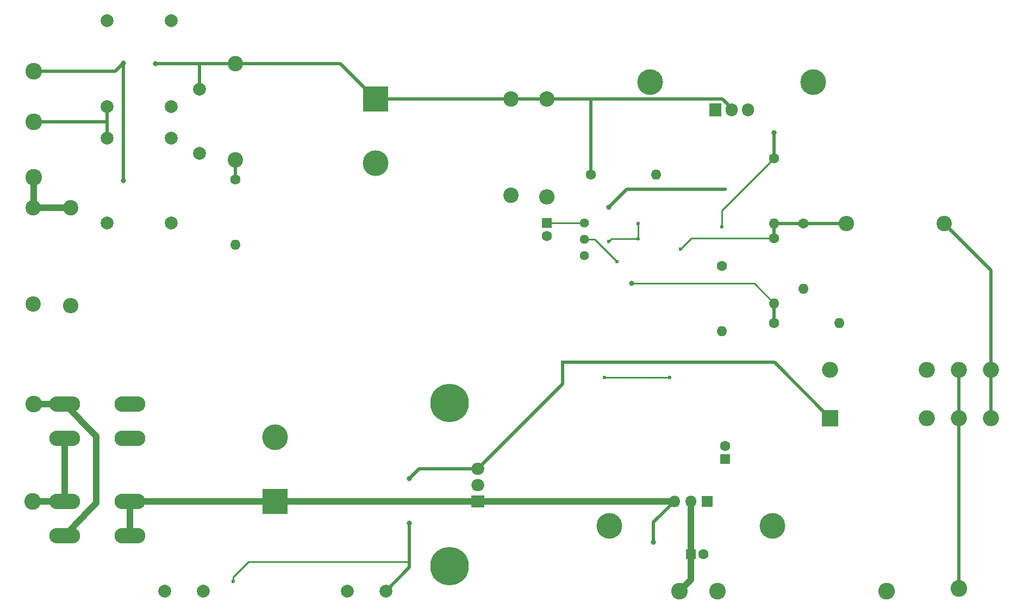
<source format=gbr>
G04 #@! TF.GenerationSoftware,KiCad,Pcbnew,(5.1.10-0-10_14)*
G04 #@! TF.CreationDate,2021-07-29T19:40:43+02:00*
G04 #@! TF.ProjectId,hv-power-supply-v1,68762d70-6f77-4657-922d-737570706c79,rev?*
G04 #@! TF.SameCoordinates,Original*
G04 #@! TF.FileFunction,Copper,L2,Bot*
G04 #@! TF.FilePolarity,Positive*
%FSLAX46Y46*%
G04 Gerber Fmt 4.6, Leading zero omitted, Abs format (unit mm)*
G04 Created by KiCad (PCBNEW (5.1.10-0-10_14)) date 2021-07-29 19:40:43*
%MOMM*%
%LPD*%
G01*
G04 APERTURE LIST*
G04 #@! TA.AperFunction,ComponentPad*
%ADD10O,1.600000X1.600000*%
G04 #@! TD*
G04 #@! TA.AperFunction,ComponentPad*
%ADD11C,1.600000*%
G04 #@! TD*
G04 #@! TA.AperFunction,ComponentPad*
%ADD12C,2.400000*%
G04 #@! TD*
G04 #@! TA.AperFunction,ComponentPad*
%ADD13C,2.000000*%
G04 #@! TD*
G04 #@! TA.AperFunction,ComponentPad*
%ADD14C,6.000000*%
G04 #@! TD*
G04 #@! TA.AperFunction,ComponentPad*
%ADD15C,4.000000*%
G04 #@! TD*
G04 #@! TA.AperFunction,ComponentPad*
%ADD16R,4.000000X4.000000*%
G04 #@! TD*
G04 #@! TA.AperFunction,ComponentPad*
%ADD17R,2.000000X1.905000*%
G04 #@! TD*
G04 #@! TA.AperFunction,ComponentPad*
%ADD18O,2.000000X1.905000*%
G04 #@! TD*
G04 #@! TA.AperFunction,ComponentPad*
%ADD19O,2.400000X2.400000*%
G04 #@! TD*
G04 #@! TA.AperFunction,ComponentPad*
%ADD20O,4.800600X2.400300*%
G04 #@! TD*
G04 #@! TA.AperFunction,ComponentPad*
%ADD21R,1.600000X1.600000*%
G04 #@! TD*
G04 #@! TA.AperFunction,ComponentPad*
%ADD22O,1.905000X2.000000*%
G04 #@! TD*
G04 #@! TA.AperFunction,ComponentPad*
%ADD23R,1.905000X2.000000*%
G04 #@! TD*
G04 #@! TA.AperFunction,ComponentPad*
%ADD24C,2.600000*%
G04 #@! TD*
G04 #@! TA.AperFunction,ComponentPad*
%ADD25C,1.440000*%
G04 #@! TD*
G04 #@! TA.AperFunction,ComponentPad*
%ADD26O,2.500000X2.500000*%
G04 #@! TD*
G04 #@! TA.AperFunction,ComponentPad*
%ADD27R,2.500000X2.500000*%
G04 #@! TD*
G04 #@! TA.AperFunction,ComponentPad*
%ADD28R,1.800000X1.800000*%
G04 #@! TD*
G04 #@! TA.AperFunction,ComponentPad*
%ADD29O,1.800000X1.800000*%
G04 #@! TD*
G04 #@! TA.AperFunction,ViaPad*
%ADD30C,0.800000*%
G04 #@! TD*
G04 #@! TA.AperFunction,ViaPad*
%ADD31C,0.600000*%
G04 #@! TD*
G04 #@! TA.AperFunction,Conductor*
%ADD32C,1.000000*%
G04 #@! TD*
G04 #@! TA.AperFunction,Conductor*
%ADD33C,0.500000*%
G04 #@! TD*
G04 #@! TA.AperFunction,Conductor*
%ADD34C,0.250000*%
G04 #@! TD*
G04 APERTURE END LIST*
D10*
X90805000Y-85788500D03*
D11*
X90805000Y-75628500D03*
D12*
X90805000Y-57594500D03*
X90805000Y-72594500D03*
D13*
X85217000Y-61628000D03*
X85217000Y-71628000D03*
D14*
X124206000Y-135890000D03*
X124206000Y-110490000D03*
D15*
X96990000Y-115753000D03*
D16*
X96990000Y-125753000D03*
D17*
X128613000Y-125753000D03*
D18*
X128613000Y-123213000D03*
X128613000Y-120673000D03*
D15*
X155410000Y-60475000D03*
X180810000Y-60475000D03*
X149060000Y-129563000D03*
X174460000Y-129563000D03*
D19*
X185991500Y-82550000D03*
D12*
X201231500Y-82550000D03*
D20*
X64224000Y-110640000D03*
X74384000Y-110640000D03*
X74384000Y-131087000D03*
X64224000Y-131087000D03*
X74384000Y-125753000D03*
X64224000Y-125753000D03*
X64224000Y-115974000D03*
X74384000Y-115974000D03*
D11*
X167094000Y-117149000D03*
D21*
X167094000Y-119149000D03*
D19*
X65214500Y-95313500D03*
D12*
X65214500Y-80073500D03*
D13*
X70828000Y-69238000D03*
X80828000Y-69238000D03*
X70828000Y-82446000D03*
X80828000Y-82446000D03*
X70828000Y-64285000D03*
X80828000Y-64285000D03*
X70828000Y-50950000D03*
X80828000Y-50950000D03*
D10*
X166649500Y-99273500D03*
D11*
X166649500Y-89113500D03*
D10*
X156337000Y-74930000D03*
D11*
X146177000Y-74930000D03*
D10*
X174777500Y-82509500D03*
D11*
X174777500Y-72349500D03*
D22*
X170650000Y-64793000D03*
X168110000Y-64793000D03*
D23*
X165570000Y-64793000D03*
D24*
X165951000Y-139723000D03*
X159982000Y-139723000D03*
X59398000Y-110640000D03*
X59271000Y-125753000D03*
X59398000Y-75334000D03*
X59398000Y-66698000D03*
X59398000Y-58824000D03*
D11*
X163760000Y-134008000D03*
D21*
X161760000Y-134008000D03*
D25*
X145186500Y-87526000D03*
X145186500Y-84986000D03*
X145186500Y-82446000D03*
D26*
X183496000Y-105299000D03*
X198496000Y-105299000D03*
X203496000Y-105299000D03*
X208496000Y-105299000D03*
X208496000Y-112799000D03*
X203496000Y-112799000D03*
X198496000Y-112799000D03*
D27*
X183496000Y-112799000D03*
D10*
X179349500Y-92669500D03*
D11*
X179349500Y-82509500D03*
D19*
X139382500Y-78359000D03*
D12*
X139382500Y-63119000D03*
D10*
X184937500Y-98003500D03*
D11*
X174777500Y-98003500D03*
D10*
X174777500Y-94955500D03*
D11*
X174777500Y-84795500D03*
D13*
X108293000Y-139723000D03*
X114262000Y-139723000D03*
X79845000Y-139723000D03*
X85814000Y-139723000D03*
D24*
X192240000Y-139723000D03*
X203543000Y-139342000D03*
D11*
X139382500Y-84423000D03*
D21*
X139382500Y-82423000D03*
D12*
X133794500Y-63119000D03*
X133794500Y-78119000D03*
D15*
X112712500Y-73119000D03*
D16*
X112712500Y-63119000D03*
D12*
X59372500Y-95073500D03*
X59372500Y-80073500D03*
D28*
X164300000Y-125753000D03*
D29*
X161760000Y-125753000D03*
X159220000Y-125753000D03*
D30*
X155981500Y-132103000D03*
D31*
X141800500Y-104120000D03*
D30*
X117945000Y-122197000D03*
X117945000Y-129182000D03*
D31*
X90513000Y-138199000D03*
X167100000Y-77184500D03*
D30*
X148971000Y-80010000D03*
D31*
X166649500Y-83017500D03*
D30*
X174777500Y-68349000D03*
X73368000Y-57554000D03*
X73368000Y-75842000D03*
X78368000Y-57634000D03*
D31*
X150304500Y-88455500D03*
X160210500Y-86487000D03*
X153568500Y-84859000D03*
X148971000Y-85344000D03*
X153606500Y-82550000D03*
X148361500Y-106449000D03*
X158458000Y-106449000D03*
D30*
X152552500Y-91844000D03*
D32*
X59398000Y-80048000D02*
X59372500Y-80073500D01*
X59398000Y-75334000D02*
X59398000Y-80048000D01*
X59372500Y-80073500D02*
X65214500Y-80073500D01*
D33*
X59398000Y-66698000D02*
X70828000Y-66698000D01*
X70828000Y-66698000D02*
X70828000Y-64285000D01*
X70828000Y-69238000D02*
X70828000Y-66698000D01*
D32*
X74384000Y-128166000D02*
X74384000Y-125753000D01*
X74384000Y-128674000D02*
X74384000Y-128166000D01*
X74384000Y-131087000D02*
X74384000Y-128674000D01*
X74384000Y-125753000D02*
X96990000Y-125753000D01*
X96990000Y-125753000D02*
X128613000Y-125753000D01*
X159220000Y-125753000D02*
X128613000Y-125753000D01*
D33*
X155981500Y-128991500D02*
X159220000Y-125753000D01*
X155981500Y-132103000D02*
X155981500Y-128991500D01*
X174817000Y-104120000D02*
X183496000Y-112799000D01*
X141800500Y-104120000D02*
X174817000Y-104120000D01*
X141800500Y-107485500D02*
X128613000Y-120673000D01*
X141800500Y-104120000D02*
X141800500Y-107485500D01*
X119469000Y-120673000D02*
X117945000Y-122197000D01*
X128613000Y-120673000D02*
X119469000Y-120673000D01*
X117945000Y-136040000D02*
X114262000Y-139723000D01*
D34*
X90513000Y-138199000D02*
X90513000Y-137515500D01*
X92862500Y-135166000D02*
X117945000Y-135166000D01*
X90513000Y-137515500D02*
X92862500Y-135166000D01*
D33*
X117945000Y-135166000D02*
X117945000Y-136040000D01*
X117945000Y-129182000D02*
X117945000Y-135166000D01*
X184937500Y-98307498D02*
X184937500Y-98003500D01*
X151796500Y-77184500D02*
X148971000Y-80010000D01*
X167100000Y-77184500D02*
X151796500Y-77184500D01*
X208496000Y-112799000D02*
X208496000Y-105299000D01*
X208496000Y-89814500D02*
X201231500Y-82550000D01*
X208496000Y-105299000D02*
X208496000Y-89814500D01*
X174777500Y-72349500D02*
X174777500Y-68349000D01*
D34*
X166649500Y-83017500D02*
X166649500Y-80477500D01*
X166649500Y-80477500D02*
X174777500Y-72349500D01*
D32*
X64224000Y-115974000D02*
X64224000Y-125753000D01*
X64224000Y-125753000D02*
X59271000Y-125753000D01*
X67324310Y-127986690D02*
X67324310Y-127859690D01*
X64224000Y-131087000D02*
X67324310Y-127986690D01*
X67324310Y-127859690D02*
X69177000Y-126007000D01*
X69177000Y-115593000D02*
X64224000Y-110640000D01*
X69177000Y-126007000D02*
X69177000Y-115593000D01*
X64224000Y-110640000D02*
X59398000Y-110640000D01*
D33*
X73368000Y-57554000D02*
X73368000Y-75842000D01*
X72098000Y-58824000D02*
X73368000Y-57554000D01*
X59398000Y-58824000D02*
X72098000Y-58824000D01*
X168110000Y-64570498D02*
X168110000Y-64793000D01*
X166658502Y-63119000D02*
X168110000Y-64570498D01*
X135636000Y-63119000D02*
X144145000Y-63119000D01*
X146177000Y-63119000D02*
X166658502Y-63119000D01*
X146177000Y-74930000D02*
X146177000Y-63119000D01*
X144145000Y-63119000D02*
X146177000Y-63119000D01*
X90765500Y-57634000D02*
X90805000Y-57594500D01*
X107188000Y-57594500D02*
X112712500Y-63119000D01*
X90805000Y-57594500D02*
X107188000Y-57594500D01*
X112712500Y-63119000D02*
X128143000Y-63119000D01*
X128143000Y-63119000D02*
X127762000Y-63119000D01*
X135636000Y-63119000D02*
X128143000Y-63119000D01*
X85217000Y-61628000D02*
X85217000Y-57785000D01*
X85066000Y-57634000D02*
X90765500Y-57634000D01*
X85217000Y-57785000D02*
X85066000Y-57634000D01*
X78368000Y-57634000D02*
X85066000Y-57634000D01*
D34*
X145163500Y-82423000D02*
X145186500Y-82446000D01*
X139382500Y-82423000D02*
X145163500Y-82423000D01*
X146835000Y-84986000D02*
X145186500Y-84986000D01*
X150304500Y-88455500D02*
X146835000Y-84986000D01*
D32*
X161760000Y-125753000D02*
X161760000Y-134008000D01*
X161760000Y-137945000D02*
X159982000Y-139723000D01*
X161760000Y-134008000D02*
X161760000Y-137945000D01*
D33*
X174777500Y-82509500D02*
X174777500Y-84795500D01*
X176936500Y-82509500D02*
X179349500Y-82509500D01*
X174777500Y-82509500D02*
X176936500Y-82509500D01*
X179390000Y-82550000D02*
X179349500Y-82509500D01*
X185991500Y-82550000D02*
X179390000Y-82550000D01*
D34*
X161902000Y-84795500D02*
X160210500Y-86487000D01*
X174777500Y-84795500D02*
X161902000Y-84795500D01*
D33*
X203670000Y-112973000D02*
X203496000Y-112799000D01*
X203496000Y-105299000D02*
X203496000Y-112799000D01*
X203543000Y-112846000D02*
X203496000Y-112799000D01*
X203543000Y-139342000D02*
X203543000Y-112846000D01*
D34*
X149456000Y-84859000D02*
X153568500Y-84859000D01*
X148971000Y-85344000D02*
X149456000Y-84859000D01*
X153606500Y-84821000D02*
X153568500Y-84859000D01*
X153606500Y-82550000D02*
X153606500Y-84821000D01*
X148361500Y-106449000D02*
X158458000Y-106449000D01*
D33*
X174777500Y-94955500D02*
X174777500Y-98003500D01*
D34*
X171666000Y-91844000D02*
X174777500Y-94955500D01*
X152552500Y-91844000D02*
X171666000Y-91844000D01*
D33*
X90805000Y-75628500D02*
X90805000Y-72594500D01*
M02*

</source>
